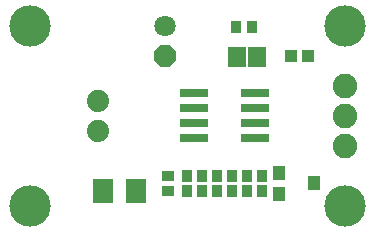
<source format=gts>
G75*
G70*
%OFA0B0*%
%FSLAX24Y24*%
%IPPOS*%
%LPD*%
%AMOC8*
5,1,8,0,0,1.08239X$1,22.5*
%
%ADD10R,0.0946X0.0316*%
%ADD11R,0.0356X0.0434*%
%ADD12R,0.0592X0.0671*%
%ADD13OC8,0.0710*%
%ADD14C,0.0710*%
%ADD15C,0.0740*%
%ADD16C,0.0820*%
%ADD17C,0.1380*%
%ADD18R,0.0434X0.0356*%
%ADD19R,0.0710X0.0789*%
%ADD20R,0.0434X0.0513*%
%ADD21R,0.0395X0.0395*%
D10*
X012810Y006274D03*
X012810Y006774D03*
X012810Y007274D03*
X012810Y007774D03*
X014857Y007774D03*
X014857Y007274D03*
X014857Y006774D03*
X014857Y006274D03*
D11*
X015089Y005024D03*
X014577Y005024D03*
X014089Y005024D03*
X013577Y005024D03*
X013089Y005024D03*
X012577Y005024D03*
X012577Y004524D03*
X013089Y004524D03*
X013577Y004524D03*
X014089Y004524D03*
X014577Y004524D03*
X015089Y004524D03*
X014739Y009974D03*
X014227Y009974D03*
D12*
X014249Y008974D03*
X014918Y008974D03*
D13*
X011833Y009024D03*
D14*
X011833Y010024D03*
D15*
X009621Y007524D03*
X009621Y006524D03*
D16*
X017833Y007024D03*
X017833Y006024D03*
X017833Y008024D03*
D17*
X007333Y004024D03*
X017833Y004024D03*
X017833Y010024D03*
X007333Y010024D03*
D18*
X011933Y005030D03*
X011933Y004518D03*
D19*
X010885Y004524D03*
X009782Y004524D03*
D20*
X015662Y004416D03*
X016804Y004774D03*
X015662Y005132D03*
D21*
X016038Y009024D03*
X016629Y009024D03*
M02*

</source>
